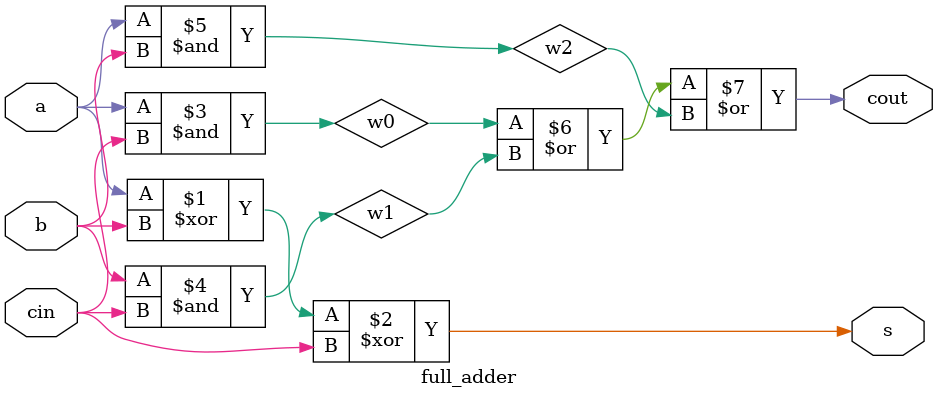
<source format=v>
module problem_two(input[7:0] a, input[7:0] b, output[7:0] out, output of);
	wire c0, c1, c2, c3, c4, c5, c6, c7, c8;
	full_adder f0(a[0], b[0], 1'b0, c1, out[0]);
	full_adder f1(a[1], b[1], c1, c2, out[1]);
	full_adder f2(a[2], b[2], c2, c3, out[2]);
	full_adder f3(a[3], b[3], c3, c4, out[3]);
	full_adder f4(a[4], b[4], c4, c5, out[4]);
	full_adder f5(a[5], b[5], c5, c6, out[5]);
	full_adder f6(a[6], b[6], c6, c7, out[6]);
	full_adder f7(a[7], b[7], c7, c8, out[7]);
	xor(of, c7, c8);
endmodule

module full_adder(input a, input b, input cin, output cout, output s);
	wire w0, w1, w2;
	xor(s, a, b, cin);
	and(w0, a, cin);
	and(w1, b, cin);
	and(w2, a, b);
	or(cout, w0, w1, w2);
endmodule


</source>
